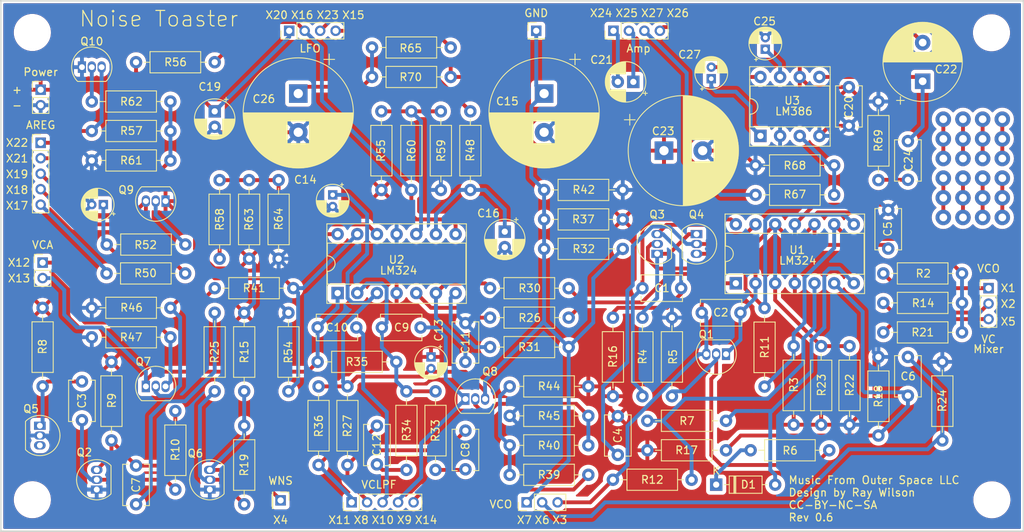
<source format=kicad_pcb>
(kicad_pcb (version 20221018) (generator pcbnew)
  (title_block (title "Noise Toaster") (date "2023-09-13") (rev "0.6") (company "Music From Outer Space LLC") (comment 1 "Licence: CC-BY-NC-SA") (comment 2 "Original Design by Ray Wilson") (comment 3 "http://musicfromouterspace.com/analogsynth_new/NOISETOASTER/NOISETOASTER.php") (comment 4 "PCB size W-5.20\" * H-2.70\""))
  (layers (0 "F.Cu" signal) (31 "B.Cu" signal) (34 "B.Paste" user) (35 "F.Paste" user) (36 "B.SilkS" user "B.Silkscreen") (37 "F.SilkS" user "F.Silkscreen") (38 "B.Mask" user) (39 "F.Mask" user) (44 "Edge.Cuts" user))
  (net 0 "")
  (net 1 "Net-(Q3-C)")
  (net 2 "Net-(C1-Pad2)")
  (net 3 "/AA")
  (net 4 "/RMP")
  (net 5 "Net-(Q5-E)")
  (net 6 "Net-(Q2-B)")
  (net 7 "/G2")
  (net 8 "B+")
  (net 9 "B-")
  (net 10 "/Front Panel/X6")
  (net 11 "Net-(U1B--)")
  (net 12 "Net-(Q2-C)")
  (net 13 "Net-(C7-Pad2)")
  (net 14 "/Front Panel/X8")
  (net 15 "Net-(C8-Pad2)")
  (net 16 "/Front Panel/X9")
  (net 17 "Net-(U2A--)")
  (net 18 "/Front Panel/X10")
  (net 19 "/FO")
  (net 20 "Net-(U2B--)")
  (net 21 "/Front Panel/X11")
  (net 22 "Net-(C12-Pad2)")
  (net 23 "GND")
  (net 24 "Net-(U2C--)")
  (net 25 "Net-(C18-Pad1)")
  (net 26 "/Front Panel/X20")
  (net 27 "/Audio Amplifier/X25")
  (net 28 "/Audio Amplifier/X24")
  (net 29 "Net-(C22-Pad1)")
  (net 30 "/Audio Amplifier/X26")
  (net 31 "Net-(C24-Pad2)")
  (net 32 "Net-(U3-BYPASS)")
  (net 33 "Net-(C26-Pad1)")
  (net 34 "Net-(C27-Pad1)")
  (net 35 "Net-(C27-Pad2)")
  (net 36 "Net-(D1-K)")
  (net 37 "Net-(D1-A)")
  (net 38 "Net-(Q1-G)")
  (net 39 "Net-(Q3-E)")
  (net 40 "Net-(Q3-B)")
  (net 42 "Net-(Q6-B)")
  (net 43 "/WNS")
  (net 44 "Net-(Q7-G)")
  (net 45 "/Front Panel/X12")
  (net 46 "Net-(Q8-G)")
  (net 47 "Net-(Q9-G)")
  (net 48 "/ARG")
  (net 49 "Net-(Q10-B)")
  (net 50 "/Attack Release Envelope Generator/X22")
  (net 51 "Net-(U1C--)")
  (net 52 "/Front Panel/X1")
  (net 53 "Net-(U1B-+)")
  (net 54 "/Front Panel/X2")
  (net 55 "/Front Panel/X5")
  (net 56 "Net-(U2B-+)")
  (net 57 "Net-(R31-Pad1)")
  (net 58 "/Front Panel/X14")
  (net 59 "Net-(R39-Pad2)")
  (net 60 "/Front Panel/X15")
  (net 61 "/Attack Release Envelope Generator/X17")
  (net 62 "Net-(U2C-+)")
  (net 63 "/Front Panel/B")
  (net 64 "/Attack Release Envelope Generator/X21")
  (net 65 "Net-(U2D-+)")
  (net 66 "/Attack Release Envelope Generator/X19")
  (net 67 "/Front Panel/X23")
  (net 68 "Net-(U3-+)")
  (net 69 "/Audio Amplifier/X27")
  (footprint "Capacitor_THT:C_Disc_D5.1mm_W3.2mm_P5.00mm" (layer "F.Cu") (at 135.286 130.837 -90)
    (fp_text reference "C8")
    (fp_text value "0.1 uF" hide)
  )
  (footprint "Resistor_THT:R_Axial_DIN0207_L6.3mm_D2.5mm_P10.16mm_Horizontal" (layer "F.Cu") (at 88.951 106.782)
    (fp_text reference "R52")
    (fp_text value "10 K" hide)
  )
  (footprint "Connector_PinHeader_2.00mm:PinHeader_1x01_P2.00mm_Vertical" (layer "F.Cu") (at 144.43 79.148)
    (fp_text reference "GND1" hide)
    (fp_text value "GND")
  )
  (footprint "Resistor_THT:R_Axial_DIN0207_L6.3mm_D2.5mm_P10.16mm_Horizontal" (layer "F.Cu") (at 102.901 115.597 -90)
    (fp_text reference "R25")
    (fp_text value "100 K" hide)
  )
  (footprint "Capacitor_THT:CP_Radial_D4.0mm_P1.50mm" (layer "F.Cu") (at 174.021 81.537 90)
    (fp_text reference "C25")
    (fp_text value "10 uF" hide)
  )
  (footprint "Package_DIP:DIP-8_W7.62mm_Socket" (layer "F.Cu") (at 173.386 92.737 90)
    (fp_text reference "U3")
    (fp_text value "LM386")
  )
  (footprint "Resistor_THT:R_Axial_DIN0207_L6.3mm_D2.5mm_P10.16mm_Horizontal" (layer "F.Cu") (at 127.666 135.917 90)
    (fp_text reference "R34")
    (fp_text value "3 M" hide)
  )
  (footprint "Capacitor_THT:CP_Radial_D14.0mm_P5.00mm" (layer "F.Cu") (at 160.928272 94.642)
    (fp_text reference "C23")
    (fp_text value "470 uF" hide)
  )
  (footprint "Package_TO_SOT_THT:TO-92_Inline" (layer "F.Cu") (at 85.756 83.847)
    (fp_text reference "Q10")
    (fp_text value "2N3906" hide)
  )
  (footprint "Resistor_THT:R_Axial_DIN0207_L6.3mm_D2.5mm_P10.16mm_Horizontal" (layer "F.Cu") (at 97.821 128.297 -90)
    (fp_text reference "R10")
    (fp_text value "470 K" hide)
  )
  (footprint "Package_TO_SOT_THT:TO-92_Inline" (layer "F.Cu") (at 96.551 101.167 180)
    (fp_text reference "Q9")
    (fp_text value "2N5457" hide)
  )
  (footprint "Resistor_THT:R_Axial_DIN0207_L6.3mm_D2.5mm_P10.16mm_Horizontal" (layer "F.Cu") (at 112.426 115.597 -90)
    (fp_text reference "R54")
    (fp_text value "4,7 K" hide)
  )
  (footprint "Connector_PinHeader_2.00mm:PinHeader_1x03_P2.00mm_Vertical" (layer "F.Cu") (at 143.192 140.108 90)
    (fp_text reference "J6" hide)
    (fp_text value "VCO")
  )
  (footprint "Connector_PinHeader_2.00mm:PinHeader_1x04_P2.00mm_Vertical" (layer "F.Cu") (at 112.522 79.148 90)
    (fp_text reference "J4" hide)
    (fp_text value "LFO")
  )
  (footprint "Resistor_THT:R_Axial_DIN0207_L6.3mm_D2.5mm_P10.16mm_Horizontal" (layer "F.Cu") (at 196.881 132.107 90)
    (fp_text reference "R24")
    (fp_text value "100 K" hide)
  )
  (footprint "Resistor_THT:R_Axial_DIN0207_L6.3mm_D2.5mm_P10.16mm_Horizontal" (layer "F.Cu") (at 184.8922 119.915 -90)
    (fp_text reference "R22")
    (fp_text value "4.7 K" hide)
  )
  (footprint "Resistor_THT:R_Axial_DIN0207_L6.3mm_D2.5mm_P10.16mm_Horizontal" (layer "F.Cu") (at 173.9194 125.1474 90)
    (fp_text reference "R11")
    (fp_text value "2 K" hide)
  )
  (footprint "" (layer "F.Cu") (at 202.088 103.278 90)
    (fp_text reference "")
    (fp_text value "")
  )
  (footprint "Capacitor_THT:CP_Radial_D4.0mm_P1.50mm" (layer "F.Cu") (at 118.141 100.357 -90)
    (fp_text reference "C14")
    (fp_text value "10 uF" hide)
  )
  (footprint "Resistor_THT:R_Axial_DIN0207_L6.3mm_D2.5mm_P10.16mm_Horizontal" (layer "F.Cu") (at 199.421 118.137 180)
    (fp_text reference "R21")
    (fp_text value "36 K" hide)
  )
  (footprint "Resistor_THT:R_Axial_DIN0207_L6.3mm_D2.5mm_P10.16mm_Horizontal" (layer "F.Cu") (at 80.676 114.962 -90)
    (fp_text reference "R8")
    (fp_text value "1 M" hide)
  )
  (footprint "Resistor_THT:R_Axial_DIN0207_L6.3mm_D2.5mm_P10.16mm_Horizontal" (layer "F.Cu") (at 138.461 120.042)
    (fp_text reference "R31")
    (fp_text value "100 K" hide)
  )
  (footprint "" (layer "F.Cu") (at 204.628 98.198 90)
    (fp_text reference "")
    (fp_text value "")
  )
  (footprint "Capacitor_THT:CP_Radial_D5.0mm_P2.00mm" (layer "F.Cu") (at 102.901 89.562 -90)
    (fp_text reference "C19")
    (fp_text value "1 uF" hide)
  )
  (footprint "MountingHole:MountingHole_4.3mm_M4_DIN965" (layer "F.Cu") (at 203.2818 139.7778)
    (fp_text reference "REF**" hide)
    (fp_text value "MountingHole_4.3mm_M4_DIN965" hide)
  )
  (footprint "" (layer "F.Cu") (at 199.548 98.198 90)
    (fp_text reference "")
    (fp_text value "")
  )
  (footprint "Resistor_THT:R_Axial_DIN0207_L6.3mm_D2.5mm_P10.16mm_Horizontal" (layer "F.Cu") (at 116.196 121.947)
    (fp_text reference "R35")
    (fp_text value "4.7 M" hide)
  )
  (footprint "Capacitor_THT:CP_Radial_D5.0mm_P2.00mm" (layer "F.Cu") (at 156.971 85.752 180)
    (fp_text reference "C21")
    (fp_text value "1 uF" hide)
  )
  (footprint "Resistor_THT:R_Axial_DIN0207_L6.3mm_D2.5mm_P10.16mm_Horizontal" (layer "F.Cu") (at 123.221 85.117)
    (fp_text reference "R70")
    (fp_text value "3 K" hide)
  )
  (footprint "Resistor_THT:R_Axial_DIN0207_L6.3mm_D2.5mm_P10.16mm_Horizontal" (layer "F.Cu") (at 155.606 103.532 180)
    (fp_text reference "R37")
    (fp_text value "4.7 k" hide)
  )
  (footprint "Resistor_THT:R_Axial_DIN0207_L6.3mm_D2.5mm_P10.16mm_Horizontal" (layer "F.Cu") (at 154.336 137.187)
    (fp_text reference "R12")
    (fp_text value "10 K" hide)
  )
  (footprint "" (layer "F.Cu") (at 202.088 95.658 90)
    (fp_text reference "")
    (fp_text value "")
  )
  (footprint "Capacitor_THT:CP_Radial_D14.0mm_P5.00mm" (layer "F.Cu") (at 113.696 87.264272 -90)
    (fp_text reference "C26")
    (fp_text value "470 uF" hide)
  )
  (footprint "Capacitor_THT:C_Disc_D5.1mm_W3.2mm_P5.00mm" (layer "F.Cu") (at 189.896 107.302 90)
    (fp_text reference "C5")
    (fp_text value "0.1 uF" hide)
  )
  (footprint "Package_DIP:DIP-14_W7.62mm_Socket" (layer "F.Cu") (at 170.211 111.787 90)
    (fp_text reference "U1")
    (fp_text value "LM324")
  )
  (footprint "Resistor_THT:R_Axial_DIN0207_L6.3mm_D2.5mm_P10.16mm_Horizontal" (layer "F.Cu") (at 106.711 130.202 -90)
    (fp_text reference "R19")
    (fp_text value "470 K" hide)
  )
  (footprint "Capacitor_THT:C_Disc_D5.1mm_W3.2mm_P5.00mm" (layer "F.Cu") (at 85.756 124.487 -90)
    (fp_text reference "C3")
    (fp_text value "0.1 uF" hide)
  )
  (footprint "Package_TO_SOT_THT:TO-92_Inline" (layer "F.Cu") (at 135.286 126.752)
    (fp_text reference "Q8")
    (fp_text value "2N5457" hide)
  )
  (footprint "Resistor_THT:R_Axial_DIN0207_L6.3mm_D2.5mm_P10.16mm_Horizontal" (layer "F.Cu") (at 148.621 116.232 180)
    (fp_text reference "R26")
    (fp_text value "10 K" hide)
  )
  (footprint "Capacitor_THT:C_Disc_D5.1mm_W3.2mm_P5.00mm" (layer "F.Cu") (at 163.146 112.422 180)
    (fp_text reference "C1")
    (fp_text value "100 pF" hide)
  )
  (footprint "Connector_PinHeader_2.00mm:PinHeader_1x02_P2.00mm_Vertical" (layer "F.Cu") (at 80.676 109.12)
    (fp_text reference "J8" hide)
    (fp_text value "VCA")
  )
  (footprint "Resistor_THT:R_Axial_DIN0207_L6.3mm_D2.5mm_P10.16mm_Horizontal" (layer "F.Cu") (at 199.421 114.327 180)
    (fp_text reference "R14")
    (fp_text value "100 K" hide)
  )
  (footprint "" (layer "F.Cu") (at 204.628 95.658 90)
    (fp_text reference "")
    (fp_text value "")
  )
  (footprint "" (layer "F.Cu") (at 204.628 103.278 90)
    (fp_text reference "")
    (fp_text value "")
  )
  (footprint "Resistor_THT:R_Axial_DIN0207_L6.3mm_D2.5mm_P10.16mm_Horizontal" (layer "F.Cu") (at 97.186 118.772 180)
    (fp_text reference "R47")
    (fp_text value "100 K" hide)
  )
  (footprint "Resistor_THT:R_Axial_DIN0207_L6.3mm_D2.5mm_P10.16mm_Horizontal" (layer "F.Cu") (at 188.626 98.452 90)
    (fp_text reference "R69")
    (fp_text value "10 Ohm" hide)
  )
  (footprint "Resistor_THT:R_Axial_DIN0207_L6.3mm_D2.5mm_P10.16mm_Horizontal" (layer "F.Cu") (at 132.111 89.562 -90)
    (fp_text reference "R59")
    (fp_text value "100 K" hide)
  )
  (footprint "Resistor_THT:R_Axial_DIN0207_L6.3mm_D2.5mm_P10.16mm_Horizontal" (layer "F.Cu") (at 182.911 96.547 180)
    (fp_text reference "R68")
    (fp_text value "20 K" hide)
  )
  (footprint "Resistor_THT:R_Axial_DIN0207_L6.3mm_D2.5mm_P10.16mm_Horizontal" (layer "F.Cu") (at 97.186 92.102 180)
    (fp_text reference "R57")
    (fp_text value "200 Ohm" hide)
  )
  (footprint "Resistor_THT:R_Axial_DIN0207_L6.3mm_D2.5mm_P10.16mm_Horizontal" (layer "F.Cu") (at 89.566 121.947 -90)
    (fp_text reference "R9")
    (fp_text value "10 K" hide)
  )
  (footprint "Resistor_THT:R_Axial_DIN0207_L6.3mm_D2.5mm_P10.16mm_Horizontal" (layer "F.Cu") (at 97.186 88.292 180)
    (fp_text reference "R62")
    (fp_text value "10 K" hide)
  )
  (footprint "Package_TO_SOT_THT:TO-92_Inline" (layer "F.Cu") (at 80.316 130.202 -90)
    (fp_text reference "Q5")
    (fp_text value "2N3904" hide)
  )
  (footprint "Resistor_THT:R_Axial_DIN0207_L6.3mm_D2.5mm_P10.16mm_Horizontal" (layer "F.Cu") (at 168.941 133.377 180)
    (fp_text reference "R17")
    (fp_text value "10 K" hide)
  )
  (footprint "Resistor_THT:R_Axial_DIN0207_L6.3mm_D2.5mm_P10.16mm_Horizontal" (layer "F.Cu") (at 103.536 98.452 -90)
    (fp_text reference "R58")
    (fp_text value "100 K" hide)
  )
  (footprint "Capacitor_THT:CP_Radial_D5.0mm_P2.00mm" (layer "F.Cu") (at 140.366 105.116888 -90)
    (fp_text reference "C16")
    (fp_text value "1 uF" hide)
  )
  (footprint "Capacitor_THT:C_Disc_D5.1mm_W3.2mm_P5.00mm" (layer "F.Cu") (at 192.436 93.412 -90)
    (fp_text reference "C24")
    (fp_text value "0.047 uF" hide)
  )
  (footprint "" (layer "F.Cu") (at 199.548 100.738 90)
    (fp_text reference "")
    (fp_text value "")
  )
  (footprint "Resistor_THT:R_Axial_DIN0207_L6.3mm_D2.5mm_P10.16mm_Horizontal" (layer "F.Cu") (at 145.446 107.342)
    (fp_text reference "R32")
    (fp_text value "10 K" hide)
  )
  (footprint "Connector_PinHeader_2.00mm:PinHeader_1x05_P2.00mm_Vertical" (layer "F.Cu") (at 80.422 93.626)
    (fp_text reference "J3" hide)
    (fp_text value "AREG")
  )
  (footprint "" (layer "F.Cu") (at 199.548 103.278 90)
    (fp_text reference "")
    (fp_text value "")
  )
  (footprint "Package_TO_SOT_THT:TO-92_Inline" (layer "F.Cu") (at 168.941 120.952 180)
    (fp_text reference "Q1")
    (fp_text value "2N5457" hide)
  )
  (footprint "Resistor_THT:R_Axial_DIN0207_L6.3mm_D2.5mm_P10.16mm_Horizontal" (layer "F.Cu") (at 177.6786 119.915 -90)
    (fp_text reference "R3")
    (fp_text value "270 K" hide)
  )
  (footprint "Capacitor_THT:CP_Radial_D10.0mm_P5.00mm" (layer "F.Cu") (at 194.341 85.672 90)
    (fp_text reference "C22")
    (fp_text value "220 uF" hide)
  )
  (footprint "Resistor_THT:R_Axial_DIN0207_L6.3mm_D2.5mm_P10.16mm_Horizontal" (layer "F.Cu") (at 145.446 99.722)
    (fp_text reference "R42")
    (fp_text value "4.7 k" hide)
  )
  (footprint "Capacitor_THT:CP_Radial_D4.0mm_P1.50mm" (layer "F.Cu") (at 130.841 121.312 -90)
    (fp_text reference "C13")
    (fp_text value "10 uF" hide)
  )
  (footprint "" (layer "F.Cu") (at 197.008 90.578 90)
    (fp_text reference "")
    (fp_text value "")
  )
  (footprint "Package_DIP:DIP-14_W7.62mm_Socket" (layer "F.Cu") (at 118.776 113.057 90)
    (fp_text reference "U2")
    (fp_text value "LM324")
  )
  (footprint "Connector_PinHeader_2.00mm:PinHeader_1x04_P2.00mm_Vertical" (layer "F.Cu") (at 154.4 79.148 90)
    (fp_text reference "J9" hide)
    (fp_text value "Amp")
  )
  (footprint "Resistor_THT:R_Axial_DIN0207_L6.3mm_D2.5mm_P10.16mm_Horizontal" (layer "F.Cu") (at 148.621 112.422 180)
    (fp_text reference "R30")
    (fp_text value "2 M" hide)
  )
  (footprint "Capacitor_THT:C_Disc_D5.1mm_W3.2mm_P5.00mm" (layer "F.Cu") (at 135.286 116.947 -90)
    (fp_text reference "C11")
    (fp_text value "0.1 uF" hide)
  )
  (footprint "" (layer "F.Cu") (at 204.628 90.578 90)
    (fp_text reference "")
    (fp_text value "")
  )
  (footprint "Capacitor_THT:CP_Radial_D14.0mm_P5.00mm" (layer "F.Cu") (at 145.446 87.264272 -90)
    (fp_text reference "C15")
    (fp_text value "470 uF" hide)
  )
  (footprint "Capacitor_THT:C_Disc_D5.1mm_W3.2mm_P5.00mm" (layer "F.Cu") (at 123.856 130.202 -90)
    (fp_text reference "C12")
    (fp_text value "0.1 uF" hide)
  )
  (footprint "Resistor_THT:R_Axial_DIN0207_L6.3mm_D2.5mm_P10.16mm_Horizontal" (layer "F.Cu") (at 158.781 129.567)
    (fp_text reference "R7")
    (fp_text value "300 K" hide)
  )
  (footprint "Diode_THT:D_DO-35_SOD27_P7.62mm_Horizontal" (layer "F.Cu") (at 167.671 137.822)
    (fp_text reference "D1")
    (fp_text value "D" hide)
  )
  (footprint "MountingHole:MountingHole_4.3mm_M4_DIN965" (layer "F.Cu") (at 79.351 139.767)
    (fp_text reference "REF**" hide)
    (fp_text value "MountingHole_4.3mm_M4_DIN965" hide)
  )
  (footprint "Resistor_THT:R_Axial_DIN0207_L6.3mm_D2.5mm_P10.16mm_Horizontal" (layer "F.Cu") (at 161.956 126.392 90)
    (fp_text reference "R5")
    (fp_text value "2 M" hide)
  )
  (footprint "" (layer "F.Cu") (at 202.088 98.198 90)
    (fp_text reference "")
    (fp_text value "")
  )
  (footprint "Resistor_THT:R_Axial_DIN0207_L6.3mm_D2.5mm_P10.16mm_Horizontal" (layer "F.Cu") (at 188.626 131.472 90)
    (fp_text reference "R18")
    (fp_text value "15 K" hide)
  )
  (footprint "" (layer "F.Cu") (at 204.628 93.118 90)
    (fp_text reference "")
    (fp_text value "")
  )
  (footprint "Resistor_THT:R_Axial_DIN0207_L6.3mm_D2.5mm_P10.16mm_Horizontal" (layer "F.Cu") (at 141.001 132.742)
    (fp_text reference "R40")
    (fp_text value "39 K" hide)
  )
  (footprint "Resistor_THT:R_Axial_DIN0207_L6.3mm_D2.5mm_P10.16mm_Horizontal" (layer "F.Cu") (at 124.431 99.722 90)
    (fp_text reference "R55")
    (fp_text value "100 K" hide)
  )
  (footprint "Package_TO_SOT_THT:TO-92_Inline" (layer "F.Cu") (at 94.011 125.122)
    (fp_text reference "Q7")
    (fp_text value "2N5457" hide)
  )
  (footprint "Connector_PinHeader_2.00mm:PinHeader_1x05_P2.00mm_Vertical" (layer "F.Cu") (at 120.586 140.108 90)
    (fp_text reference "J7" hide)
    (fp_text value "VCLPF")
  )
  (footprint "Resistor_THT:R_Axial_DIN0207_L6.3mm_D2.5mm_P10.16mm_Horizontal" (layer "F.Cu") (at 111.156 108.612 90)
    (fp_text reference "R64")
    (fp_text value "150 K" hide)
  )
  (footprint "Resistor_THT:R_Axial_DIN0207_L6.3mm_D2.5mm_P10.16mm_Horizontal" (layer "F.Cu") (at 107.346 108.612 90)
    (fp_text reference "R63")
    (fp_text value "150 K" hide)
  )
  (footprint "" (layer "F.Cu") (at 199.548 93.118 90)
    (fp_text reference "")
    (fp_text value "")
  )
  (footprint "Resistor_THT:R_Axial_DIN0207_L6.3mm_D2.5mm_P10.16mm_Horizontal" (layer "F.Cu") (at 135.921 99.722 90)
    (fp_text reference "R48")
    (fp_text value "3 K" hide)
  )
  (footprint "Resistor_THT:R_Axial_DIN0207_L6.3mm_D2.5mm_P10.16mm_Horizontal" (layer "F.Cu") (at 87.026 95.912)
    (fp_text reference "R61")
    (fp_text value "10 K" hide)
  )
  (footprint "Connector_PinHeader_2.00mm:PinHeader_1x01_P2.00mm_Vertical" (layer "F.Cu") (at 111.41 139.854 -90)
    (fp_text reference "X4")
    (fp_text value "WNS")
  )
  (footprint "" (layer "F.Cu") (at 197.008 100.738 90)
    (fp_text reference "")
    (fp_text value "")
  )
  (footprint "" (layer "F.Cu") (at 197.008 103.278 90)
    (fp_text reference "")
    (fp_text value "")
  )
  (footprint "" (layer "F.Cu") (at 199.548 95.658 90)
    (fp_text reference "")
    (fp_text value "")
  )
  (footprint "Resistor_THT:R_Axial_DIN0207_L6.3mm_D2.5mm_P10.16mm_Horizontal" (layer "F.Cu") (at 141.001 128.932)
    (fp_text reference "R45")
    (fp_text value "100 K" hide)
  )
  (footprint "" (layer "F.Cu") (at 197.008 93.118 90)
    (fp_text reference "")
    (fp_text value "")
  )
  (footprint "Capacitor_THT:C_Disc_D5.1mm_W3.2mm_P5.00mm" (layer "F.Cu") (at 121.196 117.502 180)
    (fp_text reference "C10")
    (fp_text value "0.001 uF" hide)
  )
  (footprint "Capacitor_THT:CP_Radial_D4.0mm_P1.50mm" (layer "F.Cu") (at 167.036 85.347 90)
    (fp_text reference "C27")
    (fp_text value "10 uF" hide)
  )
  (footprint "Capacitor_THT:C_Disc_D5.1mm_W3.2mm_P5.00mm" (layer "F.Cu") (at 92.741 135.362 -90)
    (fp_text reference "C7")
    (fp_text value "0.1 uF" hide)
  )
  (footprint "Package_TO_SOT_THT:TO-92_Inline" (layer "F.Cu") (at 87.661 138.457 90)
    (fp_text reference "Q2")
    (fp_text value "2N3904" hide)
  )
  (footprint "Capacitor_THT:C_Disc_D5.1mm_W3.2mm_P5.00mm" (layer "F.Cu") (at 154.971 133.972 90)
    (fp_text reference "C4")
    (fp_text value "0.1 uF" hide)
  )
  (footprint "Resistor_THT:R_Axial_DIN0207_L6.3mm_D2.5mm_P10.16mm_Horizontal" (layer "F.Cu") (at 128.301 89.562 -90)
    (fp_text reference "R60")
    (fp_text value "100 K" hide)
  )
  (footprint "MountingHole:MountingHole_4.3mm_M4_DIN965" (layer "F.Cu") (at 203.231 79.402)
    (fp_text reference "REF**" hide)
    (fp_text value "MountingHole_4.3mm_M4_DIN965" hide)
  )
  (footprint "" (layer "F.Cu") (at 197.008 98.198 90)
    (fp_text reference "")
    (fp_text value "")
  )
  (footprint "Capacitor_THT:CP_Radial_D4.0mm_P1.50mm" (layer "F.Cu") (at 88.526 101.627 180)
    (fp_text reference "C18" hide)
    (fp_text value "4.7 uF" hide)
  )
  (footprint "Resistor_THT:R_Axial_DIN0207_L6.3mm_D2.5mm_P10.16mm_Horizontal" (layer "F.Cu") (at 99.091 110.517 180)
    (fp_text reference "R50")
    (fp_text value "820 Ohm" hide)
  )
  (footprint "Connector_PinHeader_2.00mm:PinHeader_1x03_P2.00mm_Vertical" (layer "F.Cu") (at 202.85 112.422)
    (fp_text reference "J5" hide)
    (fp_text value "VCO")
  )
  (footprint "" (layer "F.Cu") (at 199.548 90.578 90)
    (fp_text reference "")
    (fp_text value "")
  )
  (footprint "Resistor_THT:R_Axial_DIN0207_L6.3mm_D2.5mm_P10.16mm_Horizontal" (layer "F.Cu") (at 199.421 110.517 180)
    (fp_text reference "R2")
    (fp_text value "75 K" hide)
  )
  (footprint "Package_TO_SOT_THT:TO-92_Inline" (layer "F.Cu") (at 165.131 105.437 -90)
    (fp_text reference "Q4")
    (fp_text value "2N3904" hide)
  )
  (footprint "Connector_PinHeader_2.00mm:PinHeader_1x02_P2.00mm_Vertical" (layer "F.Cu") (at 80.422 86.768)
    (fp_text reference "J2" hide)
    (fp_text value "Power")
  )
  (footprint "Capacitor_THT:C_Disc_D5.1mm_W3.2mm_P5.00mm" (layer "F.Cu") (at 184.816 91.427 90)
    (fp_text reference "C20")
    (fp_text value "0.1 uF" hide)
  )
  (footprint "Resistor_THT:R_Axial_DIN0207_L6.3mm_D2.5mm_P10.16mm_Horizontal" (layer "F.Cu") (at 120.046 135.282 90)
    (fp_text reference "R27")
    (fp_text value "47 K" hide)
  )
  (footprint "Capacitor_THT:C_Disc_D5.1mm_W3.2mm_P5.00mm" (layer "F.Cu") (at 129.491 117.502 180)
    (fp_text reference "C9")
    (fp_text value "0.001 uF" hide)
  )
  (footprint "Resistor_THT:R_Axial_DIN0207_L6.3mm_D2.5mm_P10.16mm_Horizontal" (layer "F.Cu") (at 116.316 125.122 -90)
    (fp_text reference "R36")
    (fp_text value "47 K" hide)
  )
  (footprint "Resistor_THT:R_Axial_DIN0207_L6.3mm_D2.5mm_P10.16mm_Horizontal" (layer "F.Cu") (at 123.221 81.307)
    (fp_text reference "R65")
    (fp_text value "3 K" hide)
  )
  (footprint "Package_TO_SOT_THT:TO-92_Inline" (layer "F.Cu") (at 102.266 138.457 90)
    (fp_text reference "Q6")
    (fp_text value "2N3904" hide)
  )
  (footprint "" (layer "F.Cu") (at 202.088 93.118 90)
    (fp_text reference "")
    (fp_text value "")
  )
  (footprint "Capacitor_THT:C_Disc_D5.1mm_W3.2mm_P5.00mm" (layer "F.Cu") (at 192.436 121.312 -90)
    (fp_text reference "C6")
    (fp_text value "0.01 uF" hide)
  )
  (footprint "Resistor_THT:R_Axial_DIN0207_L6.3mm_D2.5mm_P10.16mm_Horizontal" (layer "F.Cu") (at 182.911 100.357 180)
    (fp_text reference "R67")
    (fp_text value "100 K" hide)
  )
  (footprint "Resistor_THT:R_Axial_DIN0207_L6.3mm_D2.5mm_P10.16mm_Horizontal" (layer "F.Cu") (at 102.901 83.212 180)
    (fp_text reference "R56")
    (fp_text value "20 K" hide)
  )
  (footprint "Resistor_THT:R_Axial_DIN0207_L6.3mm_D2.5mm_P10.16mm_Horizontal" (layer "F.Cu") (at 181.2346 119.915 -90)
    (fp_text reference "R23")
    (fp_text value "4.7 K" hide)
  )
  (footprint "Resistor_THT:R_Axial_DIN0207_L6.3mm_D2.5mm_P10.16mm_Horizontal" (layer "F.Cu") (at 141.001 125.122)
    (fp_text reference "R44")
    (fp_text value "100 K" hide)
  )
  (footprint "Resistor_THT:R_Axial_DIN0207_L6.3mm_D2.5mm_P10.16mm_Horizontal" (layer "F.Cu") (at 151.161 136.552 180)
    (fp_text reference "R39")
    (fp_text value "39 K" hide)
  )
  (footprint "Package_TO_SOT_THT:TO-92_Inline" (layer "F.Cu") (at 160.051 107.977 90)
    (fp_text reference "Q3")
    (fp_text value "2N3904" hide)
  )
  (footprint "" (layer "F.Cu") (at 197.008 95.658 90)
    (fp_text reference "")
    (fp_text value "")
  )
  (footprint "Resistor_THT:R_Axial_DIN0207_L6.3mm_D2.5mm_P10.16mm_Horizontal" (layer "F.Cu") (at 158.146 116.232 -90)
    (fp_text reference "R4")
    (fp_text value "10 K" hide)
  )
  (footprint "Capacitor_THT:C_Disc_D5.1mm_W3.2mm_P5.00mm" (layer "F.Cu") (at 170.806 115.597 180)
    (fp_text reference "C2")
    (fp_text value "0.001 uF" hide)
  )
  (footprint "" (layer "F.Cu") (at 202.088 90.578 90)
    (fp_text reference "")
    (fp_text value "")
  )
  (footprint "Resistor_THT:R_Axial_DIN0207_L6.3mm_D2.5mm_P10.16mm_Horizontal" (layer "F.Cu") (at 182.276 133.377 180)
    (fp_text reference "R6")
    (fp_text value "10 K" hide)
  )
  (footprint "Resistor_THT:R_Axial_DIN0207_L6.3mm_D2.5mm_P10.16mm_Horizontal" (layer "F.Cu") (at 154.336 116.232 -90)
    (fp_text reference "R16")
    (fp_text value "2 M" hide)
  )
  (footprint "MountingHole:MountingHole_4.3mm_M4_DIN965" (layer "F.Cu") (at 79.351 79.367)
    (fp_text reference "REF**" hide)
    (fp_text value "MountingHole_4.3mm_M4_DIN965" hide)
  )
  (footprint "" (layer "F.Cu") (at 204.628 100.738 90)
    (fp_text reference "")
    (fp_text value "")
  )
  (footprint "Resistor_THT:R_Axial_DIN0207_L6.3mm_D2.5mm_P10.16mm_Horizontal" (layer "F.Cu") (at 113.061 112.422 180)
    (fp_text reference "R41")
    (fp_text value "470 K" hide)
  )
  (footprint "Resistor_THT:R_Axial_DIN0207_L6.3mm_D2.5mm_P10.16mm_Horizontal" (layer "F.Cu") (at 131.421 135.917 90)
    (fp_text reference "R33")
    (fp_text value "4.7 M" hide)
  )
  (footprint "" (layer "F.Cu") (at 202.088 100.738 90)
    (fp_text reference "")
    (fp_text value "")
  )
  (footprint "Resistor_THT:R_Axial_DIN0207_L6.3mm_D2.5mm_P10.16mm_Horizontal" (layer "F.Cu") (at 97.186 114.962 180)
    (fp_text reference "R46")
    (fp_text value "1 M" hide)
  )
  (footprint "Resistor_THT:R_Axial_DIN0207_L6.3mm_D2.5mm_P10.16mm_Horizontal" (layer "F.Cu") (at 106.711 115.597 -90)
    (fp_text reference "R15")
    (fp_text value "10 K" hide)
  )
  (gr_rect (start 75.271 75.267) (end 207.351 143.847) (stroke (width 0.2)) (fill none) (layer "Edge.Cuts"))
  (gr_text "" (at 202.088 100.738) (layer "F.SilkS") (effects (font (size 1.27 1.27))))
  (gr_text "" (at 204.628 100.738) (layer "F.SilkS") (effects (font (size 1.27 1.27))))
  (gr_text "" (at 204.628 100.738) (layer "F.SilkS") (effects (font (size 1.27 1.27))))
  (gr_text "" (at 199.548 100.738) (layer "F.SilkS") (effects (font (size 1.27 1.27))))
  (gr_text "Music From Outer Space LLC\nDesign by Ray Wilson\nCC-BY-NC-SA\nRev 0.6" (at 176.942 142.648) (layer "F.SilkS") (effects (font (size 1 1)) (justify left bottom)))
  (gr_text "" (at 197.008 100.738) (layer "F.SilkS") (effects (font (size 1.27 1.27))))
  (gr_text "Noise Toaster" (at 85.301 78.767) (layer "F.SilkS") (effects (font (size 2 2)) (justify left bottom)))
  (gr_text "" (at 202.088 100.738) (layer "F.SilkS") (effects (font (size 1.27 1.27))))
  (gr_text "" (at 199.548 100.738) (layer "F.SilkS") (effects (font (size 1.27 1.27))))
  (gr_text "" (at 197.008 100.738) (layer "F.SilkS") (effects (font (size 1.27 1.27))))
  (segment (start 202.088 98.198) (end 202.088 100.738) (width 0.5) (layer "F.Cu") (net 0))
  (segment (start 204.628 93.118) (end 204.628 95.658) (width 0.5) (layer "F.Cu") (net 0))
  (segment (start 199.548 90.578) (end 199.548 93.118) (width 0.5) (layer "F.Cu") (net 0))
  (segment (start 197.008 100.738) (end 197.008 103.278) (width 0.5) (layer "F.Cu") (net 0))
  (segment (start 204.628 100.738) (end 204.628 103.278) (width 0.5) (layer "F.Cu") (net 0))
  (segment (start 199.548 93.118) (end 199.548 95.658) (width 0.5) (layer "F.Cu") (net 0))
  (segment (start 197.008 90.578) (end 197.008 93.118) (width 0.5) (layer "F.Cu") (net 0))
  (segment (start 204.628 90.578) (end 204.628 93.118) (width 0.5) (layer "F.Cu") (net 0))
  (segment (start 204.628 98.198) (end 204.628 100.738) (width 0.5) (layer "F.Cu") (net 0))
  (segment (start 197.008 98.198) (end 197.008 100.738) (width 0.5) (layer "F.Cu") (net 0))
  (segment (start 199.548 98.198) (end 199.548 100.738) (width 0.5) (layer "F.Cu") (net 0))
  (segment (start 202.088 93.118) (end 202.088 95.658) (width 0.5) (layer "F.Cu") (net 0))
  (segment (start 199.548 100.738) (end 199.548 103.278) (width 0.5) (layer "F.Cu") (net 0))
  (segment (start 197.008 93.118) (end 197.008 95.658) (width 0.5) (layer "F.Cu") (net 0))
  (segment (start 202.088 90.578) (end 202.088 93.118) (width 0.5) (layer "F.Cu") (net 0))
  (segment (start 202.088 100.738) (end 202.088 103.278) (width 0.5) (layer "F.Cu") (net 0))
  (segment (start 163.146 113.137) (end 161.321 114.962) (width 0.5) (layer "F.Cu") (net 1))
  (segment (start 161.321 114.962) (end 154.971 114.962) (width 0.5) (layer "F.Cu") (net 1))
  (segment (start 167.586 105.417) (end 166.401 104.232) (width 0.5) (layer "F.Cu") (net 1))
  (segment (start 154.971 114.962) (end 154.336 115.597) (width 0.5) (layer "F.Cu") (net 1))
  (segment (start 172.751 104.167) (end 171.501 105.417) (width 0.5) (layer "F.Cu") (net 1))
  (segment (start 171.501 105.417) (end 167.586 105.417) (width 0.5) (layer "F.Cu") (net 1))
  (segment (start 166.401 104.232) (end 161.256 104.232) (width 0.5) (layer "F.Cu") (net 1))
  (segment (start 161.256 104.232) (end 160.051 105.437) (width 0.5) (layer "F.Cu") (net 1))
  (segment (start 160.051 105.437) (end 160.797325 105.437) (width 0.5) (layer "B.Cu") (net 1))
  (segment (start 163.146 107.785675) (end 163.146 112.422) (width 0.5) (layer "B.Cu") (net 1))
  (segment (start 160.797325 105.437) (end 163.146 107.785675) (width 0.5) (layer "B.Cu") (net 1))
  (segment (start 170.211 104.167) (end 169.576 103.532) (width 0.5) (layer "F.Cu") (net 2))
  (segment (start 158.146 104.802) (end 158.146 112.422) (width 0.5) (layer "F.Cu") (net 2))
  (segment (start 159.416 103.532) (end 158.146 104.802) (width 0.5) (layer "F.Cu") (net 2))
  (segment (start 169.576 103.532) (end 159.416 103.532) (width 0.5) (layer "F.Cu") (net 2))
  (segment (start 156.896 124.507) (end 158.146 125.757) (width 0.5) (layer "B.Cu") (net 2))
  (segment (start 156.896 113.672) (end 156.896 124.507) (width 0.5) (layer "B.Cu") (net 2))
  (segment (start 158.146 112.422) (end 156.896 113.672) (width 0.5) (layer "B.Cu") (net 2))
  (segment (start 170.211 107.977) (end 172.751 110.517) (width 0.5) (layer "F.Cu") (net 3))
  (segment (start 165.131 107.977) (end 170.211 107.977) (width 0.5) (layer "F.Cu") (net 3))
  (segment (start 172.751 110.517) (end 172.751 111.787) (width 0.5) (layer "F.Cu") (net 3))
  (segment (start 172.751 111.787) (end 172.751 113.652) (width 0.5) (layer "B.Cu") (net 3))
  (segment (start 170.806 119.087) (end 168.941 120.952) (width 0.5) (layer "B.Cu") (net 3))
  (segment (start 172.751 113.652) (end 170.806 115.597) (width 0.5) (layer "B.Cu") (net 3))
  (segment (start 170.806 115.597) (end 170.806 119.087) (width 0.5) (layer "B.Cu") (net 3))
  (segment (start 161.764 110.582) (end 158.084 114.262) (width 0.5) (layer "F.Cu") (net 4))
  (segment (start 150.526 114.327) (end 150.526 114.347) (width 0.5) (layer "F.Cu") (net 4))
  (segment (start 158.084 114.262) (end 150.591 114.262) (width 0.5) (layer "F.Cu") (net 4))
  (segment (start 150.526 114.347) (end 150.506 114.347) (width 0.5) (layer "F.Cu") (net 4))
  (segment (start 167.101 110.582) (end 161.764 110.582) (width 0.5) (layer "F.Cu") (net 4))
  (segment (start 150.591 114.262) (end 150.506 114.347) (width 0.5) (layer "F.Cu") (net 4))
  (segment (start 168.306 111.787) (end 167.101 110.582) (width 0.5) (layer "F.Cu") (net 4))
  (segment (start 168.306 111.787) (end 165.806 114.287) (width 0.5) (layer "F.Cu") (net 4))
  (segment (start 170.211 111.787) (end 168.306 111.787) (width 0.5) (layer "F.Cu") (net 4))
  (segment (start 147.192 140.108) (end 151.415 140.108) (width 0.5) (layer "F.Cu") (net 4))
  (segment (start 151.415 140.108) (end 154.336 137.187) (width 0.5) (layer "F.Cu") (net 4))
  (segment (start 150.506 114.347) (end 148.621 116.232) (width 0.5) (layer "F.Cu") (net 4))
  (segment (start 148.621 112.422) (end 150.526 114.327) (width 0.5) (layer "F.Cu") (net 4))
  (segment (start 165.806 114.287) (end 165.806 115.597) (width 0.5) (layer "F.Cu") (net 4))
  (segment (start 166.401 120.952) (end 166.401 116.192) (width 0.5) (layer "B.Cu") (net 4))
  (segment (start 166.401 116.192) (end 165.806 115.597) (width 0.5) (layer "B.Cu") (net 4))
  (segment (start 165.491 120.952) (end 156.221 130.222) (width 0.5) (layer "B.Cu") (net 4))
  (segment (start 166.401 120.952) (end 165.491 120.952) (width 0.5) (layer "B.Cu") (net 4))
  (segment (start 156.221 135.302) (end 154.336 137.187) (width 0.5) (layer "B.Cu") (net 4))
  (segment (start 156.221 130.222) (end 156.221 135.302) (width 0.5) (layer "B.Cu") (net 4))
  (segment (start 81.311 124.487) (end 80.676 125.122) (width 0.5) (layer "F.Cu") (net 5))
  (segment (start 85.756 124.487) (end 81.311 124.487) (width 0.5) (layer "F.Cu") (net 5))
  (segment (start 80.676 125.122) (end 80.676 129.842) (width 0.5) (layer "B.Cu") (net 5))
  (segment (start 80.676 129.842) (end 80.316 130.202) (width 0.5) (layer "B.Cu") (net 5))
  (segment (start 97.821 138.457) (end 96.551 137.187) (width 0.5) (layer "F.Cu") (net 6))
  (segment (start 96.551 137.187) (end 87.661 137.187) (width 0.5) (layer "F.Cu") (net 6))
  (segment (start 86.914675 137.187) (end 87.661 137.187) (width 0.5) (layer "B.Cu") (net 6))
  (segment (start 85.756 129.487) (end 85.756 136.028325) (width 0.5) (layer "B.Cu") (net 6))
  (segment (start 85.756 136.028325) (end 86.914675 137.187) (width 0.5) (layer "B.Cu") (net 6))
  (segment (start 177.196 106.072) (end 178.466 106.072) (width 0.5) (layer "F.Cu") (net 7))
  (segment (start 184.8922 119.915) (end 181.2346 119.915) (width 0.5) (layer "F.Cu") (net 7))
  (segment (start 175.291 104.167) (end 177.196 106.072) (width 0.5) (layer "F.Cu") (net 7))
  (segment (start 172.751 106.707) (end 165.131 106.707) (width 0.5) (layer "F.Cu") (net 7))
  (segment (start 180.371 105.691) (end 181.514 106.834) (width 0.5) (layer "F.Cu") (net 7))
  (segment (start 189.428 106.834) (end 189.896 107.302) (width 0.5) (layer "F.Cu") (net 7))
  (segment (start 180.371 104.167) (end 180.371 105.691) (width 0.5) (layer "F.Cu") (net 7))
  (segment (start 181.514 106.834) (end 189.428 106.834) (width 0.5) (layer "F.Cu") (net 7))
  (segment (start 178.466 106.072) (end 180.371 104.167) (width 0.5) (layer "F.Cu") (net 7))
  (segment (start 175.291 104.167) (end 172.751 106.707) (width 0.5) (layer "F.Cu") (net 7))
  (segment (start 175.291 113.9714) (end 181.2346 119.915) (width 0.5) (layer "F.Cu") (net 7))
  (segment (start 175.291 111.787) (end 175.291 113.9714) (width 0.5) (layer "F.Cu") (net 7))
  (segment (start 153.066 132.067) (end 153.066 125.122) (width 0.5) (layer "B.Cu") (net 7))
  (segment (start 156.196 112.74705) (end 156.896 112.04705) (width 0.5) (layer "B.Cu") (net 7))
  (segment (start 156.896 106.988574) (end 159.422574 104.462) (width 0.5) (layer "B.Cu") (net 7))
  (segment (start 156.196 121.992) (end 156.196 112.74705) (width 0.5) (layer "B.Cu") (net 7))
  (segment (start 175.291 104.167) (end 175.291 111.787) (width 0.5) (layer "B.Cu") (net 7))
  (segment (start 161.616 104.462) (end 163.861 106.707) (width 0.5) (layer "B.Cu") (net 7))
  (segment (start 156.896 112.04705) (end 156.896 106.988574) (width 0.5) (layer "B.Cu") (net 7))
  (segment (start 159.422574 104.462) (end 161.616 104.462) (width 0.5) (layer "B.Cu") (net 7))
  (segment (start 153.066 125.122) (end 156.196 121.992) (width 0.5) (layer "B.Cu") (net 7))
  (segment (start 163.861 106.707) (end 165.131 106.707) (width 0.5) (layer "B.Cu") (net 7))
  (segment (start 154.971 133.972) (end 153.066 132.067) (width 0.5) (layer "B.Cu") (net 7))
  (segment (start 160.928272 98.209728) (end 155.606 103.532) (width 0.5) (layer "F.Cu") (net 8))
  (segment (start 102.881 109.862) (end 106.096 109.862) (width 0.5) (layer "F.Cu") (net 8))
  (segment (start 179.776 86.427) (end 178.466 85.117) (width 0.5) (layer "F.Cu") (net 8))
  (segment (start 160.928272 94.642) (end 160.928272 98.209728) (width 0.5) (layer "F.Cu") (net 8))
  (segment (start 106.096 109.862) (end 107.346 108.612) (width 0.5) (layer "F.Cu") (net 8))
  (segment (start 100.361 104.977) (end 100.361 107.342) (width 0.5) (layer "F.Cu") (net 8))
  (segment (start 184.816 86.427) (end 179.776 86.427) (width 0.5) (layer "F.Cu") (net 8))
  (segment (start 96.551 101.167) (end 100.361 104.977) (width 0.5) (layer "F.Cu") (net 8))
  (segment (start 100.361 107.342) (end 102.881 109.862) (width 0.5) (layer "F.Cu") (net 8))
  (segment (start 107.981 109.247) (end 107.981 114.327) (width 0.5) (layer "B.Cu") (net 8))
  (segment (start 107.346 108.612) (end 107.981 109.247) (width 0.5) (layer "B.Cu") (net 8))
  (segment (start 107.981 114.327) (end 106.711 115.597) (width 0.5) (layer "B.Cu") (net 8))
  (segment (start 188.118 126.8492) (end 188.118 121.82) (width 0.5) (layer "F.Cu") (net 9))
  (segment (start 184.8922 130.075) (end 188.118 126.8492) (width 0.5) (layer "F.Cu") (net 9))
  (segment (start 177.831 104.167) (end 180.371 101.627) (width 0.5) (layer "F.Cu") (net 9))
  (segment (start 170.846 94.642) (end 172.751 96.547) (width 0.5) (layer "F.Cu") (net 9))
  (segment (start 182.316 91.427) (end 181.006 92.737) (width 0.5) (layer "F.Cu") (net 9))
  (segment (start 165.928272 94.642) (end 170.846 94.642) (width 0.5) (layer "F.Cu") (net 9))
  (segment (start 103.603272 92.264272) (end 102.901 91.562) (width 0.5) (layer "F.Cu") (net 9))
  (segment (start 154.971 99.722) (end 155.606 99.722) (width 0.5) (layer "F.Cu") (net 9))
  (segment (start 188.118 121.82) (end 188.626 121.312) (width 0.5) (layer "F.Cu") (net 9))
  (segment (start 189.221 101.627) (end 189.896 102.302) (width 0.5) (layer "F.Cu") (net 9))
  (segment (start 180.371 101.627) (end 189.221 101.627) (width 0.5) (layer "F.Cu") (net 9))
  (segment (start 113.696 92.264272) (end 113.696 92.102) (width 0.5) (layer "F.Cu") (net 9))
  (segment (start 184.816 91.427) (end 182.316 91.427) (width 0.5) (layer "F.Cu") (net 9))
  (segment (start 113.696 92.264272) (end 103.603272 92.264272) (width 0.5) (layer "F.Cu") (net 9))
  (segment (start 172.751 95.912) (end 172.751 96.547) (width 0.5) (layer "B.Cu") (net 9))
  (segment (start 135.286 116.947) (end 135.841 116.947) (width 0.5) (layer "B.Cu") (net 9))
  (segment (start 174.021 80.037) (end 173.684604 80.037) (width 0.5) (layer "B.Cu") (net 9))
  (segment (start 87.026 101.627) (end 87.026 95.912) (width 0.5) (layer "B.Cu") (net 9))
  (segment (start 113.696 98.012) (end 117.541 101.857) (width 0.5) (layer "B.Cu") (net 9))
  (segment (start 118.141 101.857) (end 117.403 101.857) (width 0.5) (layer "B.Cu") (net 9))
  (segment (start 188.011 120.697) (end 188.626 121.312) (width 0.5) (layer "B.Cu") (net 9))
  (segment (start 83.851 135.917) (end 86.391 138.457) (width 0.5) (layer "B.Cu") (net 9))
  (segment (start 115.22 108.612) (end 111.156 108.612) (width 0.5) (layer "B.Cu") (net 9))
  (segment (start 117.403 101.857) (end 116.49 102.77) (width 0.5) (layer "B.Cu") (net 9))
  (segment (start 111.156 114.327) (end 112.426 115.597) (width 0.5) (layer "B.Cu") (net 9))
  (segment (start 81.062325 131.472) (end 83.851 134.260675) (width 0.5) (layer "B.Cu") (net 9))
  (segment (start 116.49 102.77) (end 116.49 107.342) (width 0.5) (layer "B.Cu") (net 9))
  (segment (start 135.841 116.947) (end 140.366 112.422) (width 0.5) (layer "B.Cu") (net 9))
  (segment (start 83.851 134.260675) (end 83.851 135.917) (width 0.5) (layer "B.Cu") (net 9))
  (segment (start 189.896 102.302) (end 188.011 104.187) (width 0.5) (layer "B.Cu") (net 9))
  (segment (start 86.391 138.457) (end 87.661 138.457) (width 0.5) (layer "B.Cu") (net 9))
  (segment (start 113.696 92.264272) (end 113.696 98.012) (width 0.5) (layer "B.Cu") (net 9))
  (segment (start 80.316 131.472) (end 81.062325 131.472) (width 0.5) (layer "B.Cu") (net 9))
  (segment (start 188.011 104.187) (end 188.011 120.697) (width 0.5) (layer "B.Cu") (net 9))
  (segment (start 111.156 108.612) (end 111.156 114.327) (width 0.5) (layer "B.Cu") (net 9))
  (segment (start 117.541 101.857) (end 118.141 101.857) (width 0.5) (layer "B.Cu") (net 9))
  (segment (start 140.366 112.422) (end 140.366 107.116888) (width 0.5) (layer "B.Cu") (net 9))
  (segment (start 116.49 107.342) (end 115.22 108.612) (width 0.5) (layer "B.Cu") (net 9))
  (segment (start 146.97 141.886) (end 151.542 141.886) (width 0.5) (layer "B.Cu") (net 10))
  (segment (start 196.881 131.345) (end 196.881 130.964) (width 0.5) (layer "B.Cu") (net 10))
  (segment (start 184.816 133.25) (end 194.976 133.25) (width 0.5) (layer "B.Cu") (net 10))
  (segment (start 145.192 140.108) (end 146.97 141.886) (width 0.5) (layer "B.Cu") (net 10))
  (segment (start 153.32 140.108) (end 177.958 140.108) (width 0.5) (layer "B.Cu") (net 10))
  (segment (start 194.976 133.25) (end 196.881 131.345) (width 0.5) (layer "B.Cu") (net 10))
  (segment (start 196.881 130.964) (end 196.881 132.107) (width 0.5) (layer "B.Cu") (net 10))
  (segment (start 177.958 140.108) (end 184.816 133.25) (width 0.5) (layer "B.Cu") (net 10))
  (segment (start 192.436 121.312) (end 196.881 125.757) (width 0.5) (layer "B.Cu") (net 10))
  (segment (start 151.542 141.886) (end 153.32 140.108) (width 0.5) (layer "B.Cu") (net 10))
  (segment (start 196.881 125.757) (end 196.881 130.964) (width 0.5) (layer "B.Cu") (net 10))
  (segment (start 170.846 131.472) (end 168.941 133.377) (width 0.5) (layer "F.Cu") (net 11))
  (segment (start 188.626 131.472) (end 170.846 131.472) (width 0.5) (layer "F.Cu") (net 11))
  (segment (start 192.008 125.884) (end 192.436 126.312) (width 0.5) (layer "B.Cu") (net 11))
  (segment (start 192.436 126.312) (end 192.436 127.662) (width 0.5) (layer "B.Cu") (net 11))
  (segment (start 186.594 125.63) (end 186.848 125.884) (width 0.5) (layer "B.Cu") (net 11))
  (segment (start 182.911 111.787) (end 186.594 115.47) (width 0.5) (layer "B.Cu") (net 11))
  (segment (start 192.436 127.662) (end 188.626 131.472) (width 0.5) (layer "B.Cu") (net 11))
  (segment (start 186.594 115.47) (end 186.594 125.63) (width 0.5) (layer "B.Cu") (net 11))
  (segment (start 186.848 125.884) (end 192.008 125.884) (width 0.5) (layer "B.Cu") (net 11))
  (segment (start 92.741 135.362) (end 95.836 135.362) (width 0.5) (layer "F.Cu") (net 12))
  (segment (start 89.566 132.107) (end 89.566 132.187) (width 0.5) (layer "F.Cu") (net 12))
  (segment (start 89.566 134.012) (end 87.661 135.917) (width 0.5) (layer "F.Cu") (net 12))
  (segment (start 89.566 132.187) (end 92.741 135.362) (width 0.5) (layer "F.Cu") (net 12))
  (segment (start 97.821 133.377) (end 97.821 128.297) (width 0.5) (layer "F.Cu") (net 12))
  (segment (start 95.836 135.362) (end 97.821 133.377) (width 0.5) (layer "F.Cu") (net 12))
  (segment (start 89.566 132.107) (end 89.566 134.012) (width 0.5) (layer "F.Cu") (net 12))
  (segment (start 96.603173 127.047) (end 94.646 129.004173) (width 0.5) (layer "B.Cu") (net 13))
  (segment (start 99.071 127.047) (end 96.603173 127.047) (width 0.5) (layer "B.Cu") (net 13))
  (segment (start 94.646 129.004173) (end 94.646 138.457) (width 0.5) (layer "B.Cu") (net 13))
  (segment (start 102.901 115.597) (end 102.901 123.217) (width 0.5) (layer "B.Cu") (net 13))
  (segment (start 94.646 138.457) (end 92.741 140.362) (width 0.5) (layer "B.Cu") (net 13))
  (segment (start 102.901 123.217) (end 99.071 127.047) (width 0.5) (layer "B.Cu") (net 13))
  (segment (start 120.046 135.282) (end 120.046 137.314) (width 0.5) (layer "F.Cu") (net 14))
  (segment (start 135.286 130.837) (end 132.746 133.377) (width 0.5) (layer "F.Cu") (net 14))
  (segment (start 132.746 133.377) (end 121.951 133.377) (width 0.5) (layer "F.Cu") (net 14))
  (segment (start 121.951 133.377) (end 120.046 135.282) (width 0.5) (layer "F.Cu") (net 14))
  (segment (start 120.046 137.314) (end 122.586 139.854) (width 0.5) (layer "F.Cu") (net 14))
  (segment (start 135.206 135.917) (end 135.286 135.837) (width 0.5) (layer "F.Cu") (net 15))
  (segment (start 131.421 135.917) (end 135.206 135.917) (width 0.5) (layer "F.Cu") (net 15))
  (segment (start 129.491 117.502) (end 131.476 117.502) (width 0.5) (layer "B.Cu") (net 16))
  (segment (start 129.571 136.869) (end 126.586 139.854) (width 0.5) (layer "B.Cu") (net 16))
  (segment (start 129.571 132.467) (end 129.571 136.869) (width 0.5) (layer "B.Cu") (net 16))
  (segment (start 135.286 126.752) (end 129.571 132.467) (width 0.5) (layer "B.Cu") (net 16))
  (segment (start 131.476 117.502) (end 132.746 118.772) (width 0.5) (layer "B.Cu") (net 16))
  (segment (start 132.746 118.772) (end 132.746 124.212) (width 0.5) (layer "B.Cu") (net 16))
  (segment (start 132.746 124.212) (end 135.286 126.752) (width 0.5) (layer "B.Cu") (net 16))
  (segment (start 131.421 125.757) (end 127.666 125.757) (width 0.5) (layer "F.Cu") (net 17))
  (segment (start 125.106 112.402) (end 124.511 111.807) (width 0.5) (layer "B.Cu") (net 17))
  (segment (start 124.491 120.082) (end 126.356 121.947) (width 0.5) (layer "B.Cu") (net 17))
  (segment (start 124.491 117.502) (end 125.106 116.887) (width 0.5) (layer "B.Cu") (net 17))
  (segment (start 125.106 116.887) (end 125.106 112.402) (width 0.5) (layer "B.Cu") (net 17))
  (segment (start 124.511 111.807) (end 122.566 111.807) (width 0.5) (layer "B.Cu") (net 17))
  (segment (start 122.566 111.807) (end 121.316 113.057) (width 0.5) (layer "B.Cu") (net 17))
  (segment (start 126.356 124.447) (end 127.666 125.757) (width 0.5) (layer "B.Cu") (net 17))
  (segment (start 124.491 117.502) (end 124.491 120.082) (width 0.5) (layer "B.Cu") (net 17))
  (segment (start 126.356 121.947) (end 126.356 124.447) (width 0.5) (layer "B.Cu") (net 17))
  (segment (start 122.078 118.384) (end 121.196 117.502) (width 0.5) (layer "B.Cu") (net 18))
  (segment (start 125.126 139.314) (end 125.126 128.441346) (width 0.5) (layer "B.Cu") (net 18))
  (segment (start 125.126 128.441346) (end 122.078 125.393346) (width 0.5) (layer "B.Cu") (net 18))
  (segment (start 124.586 139.854) (end 125.126 139.314) (width 0.5) (layer "B.Cu") (net 18))
  (segment (start 122.078 125.393346) (end 122.078 118.384) (width 0.5) (layer "B.Cu") (net 18))
  (segment (start 94.011 125.122) (end 94.011 124.372) (width 0.5) (layer "F.Cu") (net 19))
  (segment (start 94.011 124.372) (end 95.166 123.217) (width 0.5) (layer "F.Cu") (net 19))
  (segment (start 95.166 123.217) (end 114.926 123.217) (width 0.5) (layer "F.Cu") (net 19))
  (segment (start 114.926 123.217) (end 116.196 121.947) (width 0.5) (layer "F.Cu") (net 19))
  (segment (start 88.296 117.502) (end 94.011 123.217) (width 0.5) (layer "B.Cu") (net 19))
  (segment (start 83.47 112.676) (end 83.47 115.851) (width 0.5) (layer "B.Cu") (net 19))
  (segment (start 85.121 117.502) (end 88.296 117.502) (width 0.5) (layer "B.Cu") (net 19))
  (segment (start 118.776 114.922) (end 116.196 117.502) (width 0.5) (layer "B.Cu") (net 19))
  (segment (start 118.776 113.057) (end 118.776 114.922) (width 0.5) (layer "B.Cu") (net 19))
  (segment (start 116.196 117.502) (end 116.196 121.947) (width 0.5) (layer "B.Cu") (net 19))
  (segment (start 94.011 123.217) (end 94.011 125.122) (width 0.5) (layer "B.Cu") (net 19))
  (segment (start 83.47 115.851) (end 85.121 117.502) (width 0.5) (layer "B.Cu") (net 19))
  (segment (start 81.914 111.12) (end 83.47 112.676) (width 0.5) (layer "B.Cu") (net 19))
  (segment (start 80.676 111.12) (end 81.914 111.12) (width 0.5) (layer "B.Cu") (net 19))
  (segment (start 138.461 112.422) (end 137.846 111.807) (width 0.5) (layer "F.Cu") (net 20))
  (segment (start 132.726 111.807) (end 131.476 113.057) (width 0.5) (layer "F.Cu") (net 20))
  (segment (start 137.846 111.807) (end 132.726 111.807) (width 0.5) (layer "F.Cu") (net 20))
  (segment (start 131.476 113.057) (end 131.476 116.232) (width 0.5) (layer "B.Cu") (net 20))
  (segment (start 131.476 116.232) (end 135.286 120.042) (width 0.5) (layer "B.Cu") (net 20))
  (segment (start 135.286 120.042) (end 135.286 121.947) (width 0.5) (layer "B.Cu") (net 20))
  (segment (start 118.856 132.742) (end 116.316 135.282) (width 0.5) (layer "F.Cu") (net 21))
  (segment (start 123.856 130.202) (end 121.316 132.742) (width 0.5) (layer "F.Cu") (net 21))
  (segment (start 121.316 132.742) (end 118.856 132.742) (width 0.5) (layer "F.Cu") (net 21))
  (segment (start 116.316 135.282) (end 120.586 139.552) (width 0.5) (layer "B.Cu") (net 21))
  (segment (start 120.586 139.552) (end 120.586 139.854) (width 0.5) (layer "B.Cu") (net 21))
  (segment (start 124.571 135.917) (end 123.856 135.202) (width 0.5) (layer "F.Cu") (net 22))
  (segment (start 127.666 135.917) (end 124.571 135.917) (width 0.5) (layer "F.Cu") (net 22))
  (segment (start 116.316 125.122) (end 120.046 125.122) (width 0.5) (layer "F.Cu") (net 23))
  (segment (start 137.826 125.757) (end 137.826 126.752) (width 0.5) (layer "F.Cu") (net 23))
  (segment (start 144.501 86.319272) (end 145.446 87.264272) (width 0.5) (layer "F.Cu") (net 23))
  (segment (start 131.265264 123.236264) (end 135.305264 123.236264) (width 0.5) (layer "F.Cu") (net 23))
  (segment (start 130.841 122.812) (end 131.265264 123.236264) (width 0.5) (layer "F.Cu") (net 23))
  (segment (start 135.305264 123.236264) (end 137.826 125.757) (width 0.5) (layer "F.Cu") (net 23))
  (segment (start 130.841 122.812) (end 129.801 123.852) (width 0.5) (layer "F.Cu") (net 23))
  (segment (start 121.316 123.852) (end 120.046 125.122) (width 0.5) (layer "F.Cu") (net 23))
  (segment (start 129.801 123.852) (end 121.316 123.852) (width 0.5) (layer "F.Cu") (net 23))
  (segment (start 145.446 99.722) (end 145.446 103.532) (width 0.5) (layer "B.Cu") (net 23))
  (segment (start 151.796 111.152) (end 151.796 116.867) (width 0.5) (layer "B.Cu") (net 23))
  (segment (start 119.483871 124.559871) (end 120.046 125.122) (width 0.5) (layer "B.Cu") (net 23))
  (segment (start 148.621 134.679) (end 143.192 140.108) (width 0.5) (layer "B.Cu") (net 23))
  (segment (start 143.796 98.072) (end 145.446 99.722) (width 0.5) (layer "B.Cu") (net 23))
  (segment (start 120.046 100.357) (end 122.586 102.897) (width 0.5) (layer "B.Cu") (net 23))
  (segment (start 120.066 113.712) (end 120.681 114.327) (width 0.5) (layer "B.Cu") (net 23))
  (segment (start 122.586 107.977) (end 120.066 110.497) (width 0.5) (layer "B.Cu") (net 23))
  (segment (start 144.43 86.248272) (end 145.446 87.264272) (width 0.5) (layer "B.Cu") (net 23))
  (segment (start 145.446 87.264272) (end 143.796 88.914272) (width 0.5) (layer "B.Cu") (net 23))
  (segment (start 118.141 100.357) (end 120.046 100.357) (width 0.5) (layer "B.Cu") (net 23))
  (segment (start 145.446 107.342) (end 145.446 116.663224) (width 0.5) (layer "B.Cu") (net 23))
  (segment (start 155.606 107.342) (end 151.796 111.152) (width 0.5) (layer "B.Cu") (net 23))
  (segment (start 120.681 114.327) (end 122.586 114.327) (width 0.5) (layer "B.Cu") (net 23))
  (segment (start 148.621 120.042) (end 148.621 134.679) (width 0.5) (layer "B.Cu") (net 23))
  (segment (start 145.534612 116.955612) (end 145.153612 116.955612) (width 0.5) (layer "B.Cu") (net 23))
  (segment (start 145.446 116.663224) (end 145.153612 116.955612) (width 0.5) (layer "B.Cu") (net 23))
  (segment (start 123.221 113.692) (end 119.483871 117.429129) (width 0.5) (layer "B.Cu") (net 23))
  (segment (start 137.826 124.36) (end 137.826 126.752) (width 0.5) (layer "B.Cu") (net 23))
  (segment (start 122.586 114.327) (end 123.221 113.692) (width 0.5) (layer "B.Cu") (net 23))
  (segment (start 145.446 107.342) (end 145.446 103.532) (width 0.5) (layer "B.Cu") (net 23))
  (segment (start 143.796 88.914272) (end 143.796 98.072) (width 0.5) (layer "B.Cu") (net 23))
  (segment (start 144.43 79.148) (end 144.43 86.248272) (width 0.5) (layer "B.Cu") (net 23))
  (segment (start 122.586 102.897) (end 122.586 107.977) (width 0.5) (layer "B.Cu") (net 23))
  (segment (start 145.153612 116.955612) (end 145.153612 117.032388) (width 0.5) (layer "B.Cu") (net 23))
  (segment (start 120.066 110.497) (end 120.066 113.712) (width 0.5) (layer "B.Cu") (net 23))
  (segment (start 123.221 113.692) (end 123.856 113.057) (width 0.5) (layer "B.Cu") (net 23))
  (segment (start 145.153612 117.032388) (end 137.826 124.36) (width 0.5) (layer "B.Cu") (net 23))
  (segment (start 148.621 120.042) (end 145.534612 116.955612) (width 0.5) (layer "B.Cu") (net 23))
  (segment (start 151.796 116.867) (end 148.621 120.042) (width 0.5) (layer "B.Cu") (net 23))
  (segment (start 119.483871 117.429129) (end 119.483871 124.559871) (width 0.5) (layer "B.Cu") (net 23))
  (segment (start 140.366 102.262) (end 140.366 105.116888) (width 0.5) (layer "B.Cu") (net 24))
  (segment (start 135.921 99.722) (end 137.826 99.722) (width 0.5) (layer "B.Cu") (net 24))
  (segment (start 134.651 99.722) (end 131.476 102.897) (width 0.5) (layer "B.Cu") (net 24))
  (segment (start 135.921 99.722) (end 134.651 99.722) (width 0.5) (layer "B.Cu") (net 24))
  (segment (start 137.826 99.722) (end 140.366 102.262) (width 0.5) (layer "B.Cu") (net 24))
  (segment (start 131.476 102.897) (end 131.476 105.437) (width 0.5) (layer "B.Cu") (net 24))
  (segment (start 97.186 108.612) (end 99.091 110.517) (width 0.5) (layer "F.Cu") (net 25))
  (segment (start 88.951 106.782) (end 90.781 108.612) (width 0.5) (layer "F.Cu") (net 25))
  (segment (start 90.781 108.612) (end 97.186 108.612) (width 0.5) (layer "F.Cu") (net 25))
  (segment (start 88.526 101.627) (end 88.526 106.357) (width 0.5) (layer "B.Cu") (net 25))
  (segment (start 88.526 106.357) (end 88.951 106.782) (width 0.5) (layer "B.Cu") (net 25))
  (segment (start 99.091 85.752) (end 102.901 89.562) (width 0.5) (layer "F.Cu") (net 26))
  (segment (start 92.741 83.212) (end 92.741 84.482) (width 0.5) (layer "F.Cu") (net 26))
  (segment (start 94.011 85.752) (end 99.091 85.752) (width 0.5) (layer "F.Cu") (net 26))
  (segment (start 92.741 84.482) (end 94.011 85.752) (width 0.5) (layer "F.Cu") (net 26))
  (segment (start 112.522 79.941) (end 112.522 79.148) (width 0.5) (layer "B.Cu") (net 26))
  (segment (start 102.901 89.562) (end 112.522 79.941) (width 0.5) (layer "B.Cu") (net 26))
  (segment (start 156.971 79.719) (end 156.4 79.148) (width 0.5) (layer "B.Cu") (net 27))
  (segment (start 156.971 85.752) (end 156.971 79.719) (width 0.5) (layer "B.Cu") (net 27))
  (segment (start 156.4 78.894) (end 156.971 79.465) (width 0.5) (layer "B.Cu") (net 27))
  (segment (start 154.971 85.752) (end 154.971 79.719) (width 0.5) (layer "B.Cu") (net 28))
  (segment (start 154.971 79.719) (end 154.4 79.148) (width 0.5) (layer "B.Cu") (net 28))
  (segment (start 154.4 85.181) (end 154.971 85.752) (width 0.5) (layer "B.Cu") (net 28))
  (segment (start 193.786 85.117) (end 194.341 85.672) (width 0.5) (layer "F.Cu") (net 29))
  (segment (start 181.006 85.117) (end 193.786 85.117) (width 0.5) (layer "F.Cu") (net 29))
  (segment (start 194.341 91.507) (end 192.436 93.412) (width 0.5) (layer "B.Cu") (net 29))
  (segment (start 194.341 85.672) (end 194.341 91.507) (width 0.5) (layer "B.Cu") (net 29))
  (segment (start 160.874683 78.673317) (end 192.342317 78.673317) (width 0.5) (layer "F.Cu") (net 30))
  (segment (start 192.342317 78.673317) (end 194.341 80.672) (width 0.5) (layer "F.Cu") (net 30))
  (segment (start 160.4 79.148) (end 160.874683 78.673317) (width 0.5) (layer "F.Cu") (net 30))
  (segment (start 188.666 98.412) (end 188.626 98.452) (width 0.5) (layer "F.Cu") (net 31))
  (segment (start 192.436 98.412) (end 188.666 98.412) (width 0.5) (layer "F.Cu") (net 31))
  (segment (start 174.021 81.537) (end 175.926 83.442) (width 0.5) (layer "B.Cu") (net 32))
  (segment (start 175.926 83.442) (end 175.926 85.117) (width 0.5) (layer "B.Cu") (net 32))
  (segment (start 114.573272 86.387) (end 113.696 87.264272) (width 0.5) (layer "F.Cu") (net 33))
  (segment (start 123.221 85.117) (end 121.951 86.387) (width 0.5) (layer "F.Cu") (net 33))
  (segment (start 121.951 86.387) (end 114.573272 86.387) (width 0.5) (layer "F.Cu") (net 33))
  (segment (start 123.221 81.307) (end 123.221 85.117) (width 0.5) (layer "B.Cu") (net 33))
  (segment (start 170.211 87.022) (end 172.116 88.927) (width 0.5) (layer "B.Cu") (net 34))
  (segment (start 172.116 91.467) (end 173.386 92.737) (width 0.5) (layer "B.Cu") (net 34))
  (segment (start 167.036 86.387) (end 167.671 87.022) (width 0.5) (layer "B.Cu") (net 34))
  (segment (start 167.036 85.347) (end 167.036 86.387) (width 0.5) (layer "B.Cu") (net 34))
  (segment (start 167.671 87.022) (end 170.211 87.022) (width 0.5) (layer "B.Cu") (net 34))
  (segment (start 172.116 88.927) (end 172.116 91.467) (width 0.5) (layer "B.Cu") (net 34))
  (segment (start 170.211 85.117) (end 173.386 85.117) (width 0.5) (layer "F.Cu") (net 35))
  (segment (start 168.941 83.847) (end 170.211 85.117) (width 0.5) (layer "F.Cu") (net 35))
  (segment (start 167.036 83.847) (end 168.941 83.847) (width 0.5) (layer "F.Cu") (net 35))
  (segment (start 172.116 133.377) (end 170.846 133.377) (width 0.5) (layer "B.Cu") (net 36))
  (segment (start 167.671 136.552) (end 167.671 137.822) (width 0.5) (layer "B.Cu") (net 36))
  (segment (start 170.846 133.377) (end 167.671 136.552) (width 0.5) (layer "B.Cu") (net 36))
  (segment (start 174.656 128.504227) (end 174.863227 128.297) (width 0.5) (layer "B.Cu") (net 37))
  (segment (start 181.641 110.517) (end 181.641 117.502) (width 0.5) (layer "B.Cu") (net 37))
  (segment (start 175.291 137.822) (end 175.291 136.552) (width 0.5) (layer "B.Cu") (net 37))
  (segment (start 174.656 135.917) (end 174.656 128.504227) (width 0.5) (layer "B.Cu") (net 37))
  (segment (start 172.530454 128.297) (end 170.211 128.297) (width 0.5) (layer "B.Cu") (net 37))
  (segment (start 182.276 109.882) (end 181.641 110.517) (width 0.5) (layer "B.Cu") (net 37))
  (segment (start 170.211 128.297) (end 168.941 129.567) (width 0.5) (layer "B.Cu") (net 37))
  (segment (start 179.9846 123.175627) (end 174.863227 128.297) (width 0.5) (layer "B.Cu") (net 37))
  (segment (start 175.291 136.552) (end 174.656 135.917) (width 0.5) (layer "B.Cu") (net 37))
  (segment (start 181.641 117.502) (end 179.9846 119.1584) (width 0.5) (layer "B.Cu") (net 37))
  (segment (start 185.451 111.787) (end 183.546 109.882) (width 0.5) (layer "B.Cu") (net 37))
  (segment (start 174.863227 128.297) (end 172.530454 128.297) (width 0.5) (layer "B.Cu") (net 37))
  (segment (start 183.546 109.882) (end 182.276 109.882) (width 0.5) (layer "B.Cu") (net 37))
  (segment (start 179.9846 119.1584) (end 179.9846 123.175627) (width 0.5) (layer "B.Cu") (net 37))
  (segment (start 167.671 123.519483) (end 167.036 124.154483) (width 0.5) (layer "F.Cu") (net 38))
  (segment (start 167.671 120.952) (end 167.671 123.519483) (width 0.5) (layer "F.Cu") (net 38))
  (segment (start 167.036 134.012) (end 168.306 135.282) (width 0.5) (layer "F.Cu") (net 38))
  (segment (start 167.036 124.154483) (end 167.036 134.012) (width 0.5) (layer "F.Cu") (net 38))
  (segment (start 168.306 135.282) (end 180.371 135.282) (width 0.5) (layer "F.Cu") (net 38))
  (segment (start 180.371 135.282) (end 182.276 133.377) (width 0.5) (layer "F.Cu") (net 38))
  (segment (start 163.612325 125.757) (end 161.956 125.757) (width 0.5) (layer "B.Cu") (net 38))
  (segment (start 167.671 120.952) (end 167.671 121.698325) (width 0.5) (layer "B.Cu") (net 38))
  (segment (start 167.671 121.698325) (end 163.612325 125.757) (width 0.5) (layer "B.Cu") (net 38))
  (segment (start 160.051 107.977) (end 161.595346 107.977) (width 0.5) (layer "F.Cu") (net 39))
  (segment (start 161.595346 107.977) (end 164.135346 105.437) (width 0.5) (layer "F.Cu") (net 39))
  (segment (start 164.135346 105.437) (end 165.131 105.437) (width 0.5) (layer "F.Cu") (net 39))
  (segment (start 160.051 107.977) (end 160.051 113.692) (width 0.5) (layer "B.Cu") (net 39))
  (segment (start 160.051 113.692) (end 158.146 115.597) (width 0.5) (layer "B.Cu") (net 39))
  (segment (start 160.044604 109.882) (end 170.846 109.882) (width 0.5) (layer "F.Cu") (net 40))
  (segment (start 170.846 109.882) (end 171.461 110.497) (width 0.5) (layer "F.Cu") (net 40))
  (segment (start 158.846 107.165675) (end 158.846 108.683396) (width 0.5) (layer "F.Cu") (net 40))
  (segment (start 160.051 106.707) (end 159.304675 106.707) (width 0.5) (layer "F.Cu") (net 40))
  (segment (start 171.461 110.497) (end 171.461 112.529) (width 0.5) (layer "F.Cu") (net 40))
  (segment (start 171.461 112.529) (end 173.9194 114.9874) (width 0.5) (layer "F.Cu") (net 40))
  (segment (start 159.304675 106.707) (end 158.846 107.165675) (width 0.5) (layer "F.Cu") (net 40))
  (segment (start 158.846 108.683396) (end 160.044604 109.882) (width 0.5) (layer "F.Cu") (net 40))
  (segment (start 184.201 102.917) (end 174.740346 102.917) (width 0.5) (layer "B.Cu") (net 40))
  (segment (start 174.740346 102.917) (end 174.001 103.656346) (width 0.5) (layer "B.Cu") (net 40))
  (segment (start 185.451 104.167) (end 184.201 102.917) (width 0.5) (layer "B.Cu") (net 40))
  (segment (start 174.001 114.9058) (end 173.9194 114.9874) (width 0.5) (layer "B.Cu") (net 40))
  (segment (start 174.001 103.656346) (end 174.001 114.9058) (width 0.5) (layer "B.Cu") (net 40))
  (segment (start 103.536 137.187) (end 106.711 140.362) (width 0.5) (layer "F.Cu") (net 42))
  (segment (start 102.266 137.187) (end 103.536 137.187) (width 0.5) (layer "F.Cu") (net 42))
  (segment (start 100.996 136.663325) (end 101.519675 137.187) (width 0.5) (layer "B.Cu") (net 42))
  (segment (start 102.901 125.757) (end 100.996 127.662) (width 0.5) (layer "B.Cu") (net 42))
  (segment (start 100.996 127.662) (end 100.996 136.663325) (width 0.5) (layer "B.Cu") (net 42))
  (segment (start 101.519675 137.187) (end 102.266 137.187) (width 0.5) (layer "B.Cu") (net 42))
  (segment (start 102.266 135.917) (end 107.521 135.917) (width 0.5) (layer "F.Cu") (net 43))
  (segment (start 107.521 135.917) (end 111.331 139.727) (width 0.5) (layer "F.Cu") (net 43))
  (segment (start 106.711 131.472) (end 102.266 135.917) (width 0.5) (layer "B.Cu") (net 43))
  (segment (start 106.711 125.757) (end 106.711 130.202) (width 0.5) (layer "B.Cu") (net 43))
  (segment (start 106.711 130.202) (end 106.711 131.472) (width 0.5) (layer "B.Cu") (net 43))
  (segment (start 101.631 113.692) (end 102.901 112.422) (width 0.5) (layer "F.Cu") (net 44))
  (segment (start 98.456 113.692) (end 101.631 113.692) (width 0.5) (layer "F.Cu") (net 44))
  (segment (start 97.186 114.962) (end 98.456 113.692) (width 0.5) (layer "F.Cu") (net 44))
  (segment (start 97.186 114.962) (end 98.436 116.212) (width 0.5) (layer "B.Cu") (net 44))
  (segment (start 95.759675 126.347) (end 95.281 125.868325) (width 0.5) (layer "B.Cu") (net 44))
  (segment (start 97.078483 126.347) (end 95.759675 126.347) (width 0.5) (layer "B.Cu") (net 44))
  (segment (start 98.436 124.989483) (end 97.078483 126.347) (width 0.5) (layer "B.Cu") (net 44))
  (segment (start 98.436 116.212) (end 98.436 124.989483) (width 0.5) (layer "B.Cu") (net 44))
  (segment (start 95.281 125.868325) (end 95.281 125.122) (width 0.5) (layer "B.Cu") (net 44))
  (segment (start 84.994 112.168) (end 81.946 109.12) (width 0.5) (layer "F.Cu") (net 45))
  (segment (start 84.994 115.724) (end 84.994 112.168) (width 0.5) (layer "F.Cu") (net 45))
  (segment (start 81.946 109.12) (end 80.676 109.12) (width 0.5) (layer "F.Cu") (net 45))
  (segment (start 97.186 118.772) (end 95.281 116.867) (width 0.5) (layer "F.Cu") (net 45))
  (segment (start 95.281 116.867) (end 86.137 116.867) (width 0.5) (layer "F.Cu") (net 45))
  (segment (start 86.137 116.867) (end 84.994 115.724) (width 0.5) (layer "F.Cu") (net 45))
  (segment (start 97.186 124.487) (end 96.551 125.122) (width 0.5) (layer "B.Cu") (net 45))
  (segment (start 97.186 118.772) (end 97.186 124.487) (width 0.5) (layer "B.Cu") (net 45))
  (segment (start 138.461 128.297) (end 137.354675 128.297) (width 0.5) (layer "F.Cu") (net 46))
  (segment (start 149.605966 127.376966) (end 139.381034 127.376966) (width 0.5) (layer "F.Cu") (net 46))
  (segment (start 136.556 127.498325) (end 136.556 126.752) (width 0.5) (layer "F.Cu") (net 46))
  (segment (start 151.161 128.932) (end 149.605966 127.376966) (width 0.5) (layer "F.Cu") (net 46))
  (segment (start 137.354675 128.297) (end 136.556 127.498325) (width 0.5) (layer "F.Cu") (net 46))
  (segment (start 139.381034 127.376966) (end 138.461 128.297) (width 0.5) (layer "F.Cu") (net 46))
  (segment (start 151.161 128.932) (end 151.161 132.742) (width 0.5) (layer "B.Cu") (net 46))
  (segment (start 99.111 106.782) (end 95.281 102.952) (width 0.5) (layer "B.Cu") (net 47))
  (segment (start 95.281 102.952) (end 95.281 101.167) (width 0.5) (layer "B.Cu") (net 47))
  (segment (start 102.901 111.152) (end 100.361 108.612) (width 0.5) (layer "F.Cu") (net 48))
  (segment (start 80.422 99.626) (end 84.963 104.167) (width 0.5) (layer "F.Cu") (net 48))
  (segment (start 113.061 112.422) (end 111.791 111.152) (width 0.5) (layer "F.Cu") (net 48))
  (segment (start 84.963 104.167) (end 91.011 104.167) (width 0.5) (layer "F.Cu") (net 48))
  (segment (start 100.361 108.612) (end 98.456 108.612) (width 0.5) (layer "F.Cu") (net 48))
  (segment (start 94.011 101.167) (end 91.011 104.167) (width 0.5) (layer "F.Cu") (net 48))
  (segment (start 98.456 108.612) (end 94.011 104.167) (width 0.5) (layer "F.Cu") (net 48))
  (segment (start 94.011 104.167) (end 94.011 101.167) (width 0.5) (layer "F.Cu") (net 48))
  (segment (start 111.791 111.152) (end 102.901 111.152) (width 0.5) (layer "F.Cu") (net 48))
  (segment (start 114.331 112.422) (end 113.061 112.422) (width 0.5) (layer "B.Cu") (net 48))
  (segment (start 113.061 112.422) (end 113.676 113.037) (width 0.5) (layer "B.Cu") (net 48))
  (segment (start 94.011 101.167) (end 94.011 100.837034) (width 0.5) (layer "B.Cu") (net 48))
  (segment (start 113.676 124.507) (end 112.426 125.757) (width 0.5) (layer "B.Cu") (net 48))
  (segment (start 113.676 113.037) (end 113.676 124.507) (width 0.5) (layer "B.Cu") (net 48))
  (segment (start 121.316 105.437) (end 114.331 112.422) (width 0.5) (layer "B.Cu") (net 48))
  (segment (start 87.026 83.847) (end 87.026 88.292) (width 0.5) (layer "B.Cu") (net 49))
  (segment (start 82.962 93.626) (end 84.486 92.102) (width 0.5) (layer "F.Cu") (net 50))
  (segment (start 87.026 92.102) (end 84.486 92.102) (width 0.5) (layer "F.Cu") (net 50))
  (segment (start 80.422 93.626) (end 82.962 93.626) (width 0.5) (layer "F.Cu") (net 50))
  (segment (start 88.296 90.832) (end 87.026 92.102) (width 0.5) (layer "B.Cu") (net 50))
  (segment (start 88.296 83.847) (end 88.296 90.832) (width 0.5) (layer "B.Cu") (net 50))
  (segment (start 184.796 106.052) (end 194.956 106.052) (width 0.5) (layer "F.Cu") (net 51))
  (segment (start 194.956 106.052) (end 199.421 110.517) (width 0.5) (layer "F.Cu") (net 51))
  (segment (start 182.911 104.167) (end 184.796 106.052) (width 0.5) (layer "F.Cu") (net 51))
  (segment (start 182.911 104.167) (end 182.911 107.215) (width 0.5) (layer "B.Cu") (net 51))
  (segment (start 177.6786 121.3882) (end 173.9194 125.1474) (width 0.5) (layer "B.Cu") (net 51))
  (segment (start 179.081 111.045) (end 179.081 116.887) (width 0.5) (layer "B.Cu") (net 51))
  (segment (start 177.6786 118.2894) (end 177.6786 119.915) (width 0.5) (layer "B.Cu") (net 51))
  (segment (start 199.421 110.517) (end 199.421 114.327) (width 0.5) (layer "B.Cu") (net 51))
  (segment (start 177.6786 119.915) (end 177.6786 121.3882) (width 0.5) (layer "B.Cu") (net 51))
  (segment (start 199.421 114.327) (end 199.421 118.137) (width 0.5) (layer "B.Cu") (net 51))
  (segment (start 182.911 107.215) (end 179.081 111.045) (width 0.5) (layer "B.Cu") (net 51))
  (segment (start 179.081 116.887) (end 177.6786 118.2894) (width 0.5) (layer "B.Cu") (net 51))
  (segment (start 202.85 112.422) (end 191.166 112.422) (width 0.5) (layer "F.Cu") (net 52))
  (segment (start 191.166 112.422) (end 189.261 110.517) (width 0.5) (layer "F.Cu") (net 52))
  (segment (start 164.496 133.270726) (end 164.496 137.187) (width 0.5) (layer "B.Cu") (net 53))
  (segment (start 160.792274 129.567) (end 164.496 133.270726) (width 0.5) (layer "B.Cu") (net 53))
  (segment (start 180.371 117.502) (end 178.9286 118.9444) (width 0.5) (layer "B.Cu") (net 53))
  (segment (start 160.792274 129.567) (end 163.649774 126.7095) (width 0.5) (layer "B.Cu") (net 53))
  (segment (start 163.649774 126.7095) (end 174.3385 126.7095) (width 0.5) (layer "B.Cu") (net 53))
  (segment (start 178.9286 118.9444) (end 178.9286 122.1194) (width 0.5) (layer "B.Cu") (net 53))
  (segment (start 158.781 129.567) (end 160.792274 129.567) (width 0.5) (layer "B.Cu") (net 53))
  (segment (start 178.9286 122.1194) (end 174.3385 126.7095) (width 0.5) (layer "B.Cu") (net 53))
  (segment (start 180.371 111.787) (end 180.371 117.502) (width 0.5) (layer "B.Cu") (net 53))
  (segment (start 201.695 115.577) (end 190.511 115.577) (width 0.5) (layer "F.Cu") (net 54))
  (segment (start 190.511 115.577) (end 189.261 114.327) (width 0.5) (layer "F.Cu") (net 54))
  (segment (start 202.85 114.422) (end 201.695 115.577) (width 0.5) (layer "F.Cu") (net 54))
  (segment (start 190.976 116.422) (end 189.261 118.137) (width 0.5) (layer "F.Cu") (net 55))
  (segment (start 202.85 116.422) (end 190.976 116.422) (width 0.5) (layer "F.Cu") (net 55))
  (segment (start 130.841 114.962) (end 135.921 114.962) (width 0.5) (layer "F.Cu") (net 56))
  (segment (start 135.921 114.962) (end 137.191 116.232) (width 0.5) (layer "F.Cu") (net 56))
  (segment (start 137.191 116.232) (end 138.461 116.232) (width 0.5) (layer "F.Cu") (net 56))
  (segment (start 128.936 113.057) (end 130.841 114.962) (width 0.5) (layer "F.Cu") (net 56))
  (segment (start 133.381 116.867) (end 136.556 120.042) (width 0.5) (layer "B.Cu") (net 57))
  (segment (start 136.556 120.042) (end 138.461 120.042) (width 0.5) (layer "B.Cu") (net 57))
  (segment (start 133.381 113.692) (end 133.381 116.867) (width 0.5) (layer "B.Cu") (net 57))
  (segment (start 134.016 113.057) (end 133.381 113.692) (width 0.5) (layer "B.Cu") (net 57))
  (segment (start 149.256 138.457) (end 151.161 136.552) (width 0.5) (layer "F.Cu") (net 58))
  (segment (start 129.983 138.457) (end 149.256 138.457) (width 0.5) (layer "F.Cu") (net 58))
  (segment (start 128.586 139.854) (end 129.983 138.457) (width 0.5) (layer "F.Cu") (net 58))
  (segment (start 141.001 132.742) (end 141.001 136.552) (width 0.5) (layer "B.Cu") (net 59))
  (segment (start 139.751 131.492) (end 141.001 132.742) (width 0.5) (layer "B.Cu") (net 59))
  (segment (start 139.751 126.372) (end 139.751 131.492) (width 0.5) (layer "B.Cu") (net 59))
  (segment (start 141.001 125.122) (end 139.751 126.372) (width 0.5) (layer "B.Cu") (net 59))
  (segment (start 135.921 89.562) (end 125.507 79.148) (width 0.5) (layer "F.Cu") (net 60))
  (segment (start 125.507 79.148) (end 118.522 79.148) (width 0.5) (layer "F.Cu") (net 60))
  (segment (start 80.422 101.626) (end 88.931 110.135) (width 0.5) (layer "B.Cu") (net 61))
  (segment (start 88.931 110.135) (end 88.931 110.517) (width 0.5) (layer "B.Cu") (net 61))
  (segment (start 124.431 89.562) (end 128.301 89.562) (width 0.5) (layer "F.Cu") (net 62))
  (segment (start 128.301 89.562) (end 132.111 89.562) (width 0.5) (layer "F.Cu") (net 62))
  (segment (start 128.301 89.562) (end 129.551 90.812) (width 0.5) (layer "B.Cu") (net 62))
  (segment (start 129.551 90.812) (end 129.551 104.822) (width 0.5) (layer "B.Cu") (net 62))
  (segment (start 129.551 104.822) (end 128.936 105.437) (width 0.5) (layer "B.Cu") (net 62))
  (segment (start 128.936 103.532) (end 133.381 103.532) (width 0.5) (layer "F.Cu") (net 63))
  (segment (start 108.09 78.023) (end 102.901 83.212) (width 0.5) (layer "F.Cu") (net 63))
  (segment (start 114.522 79.148) (end 113.397 78.023) (width 0.5) (layer "F.Cu") (net 63))
  (segment (start 133.381 103.532) (end 134.016 104.167) (width 0.5) (layer "F.Cu") (net 63))
  (segment (start 128.301 102.897) (end 128.936 103.532) (width 0.5) (layer "F.Cu") (net 63))
  (segment (start 128.301 99.722) (end 128.301 102.897) (width 0.5) (layer "F.Cu") (net 63))
  (segment (start 134.016 104.167) (end 134.016 105.437) (width 0.5) (layer "F.Cu") (net 63))
  (segment (start 113.397 78.023) (end 108.09 78.023) (width 0.5) (layer "F.Cu") (net 63))
  (segment (start 128.301 99.722) (end 116.744 88.165) (width 0.5) (layer "B.Cu") (net 63))
  (segment (start 116.744 88.165) (end 116.744 81.37) (width 0.5) (layer "B.Cu") (net 63))
  (segment (start 116.744 81.37) (end 114.522 79.148) (width 0.5) (layer "B.Cu") (net 63))
  (segment (start 83.851 97.817) (end 95.281 97.817) (width 0.5) (layer "F.Cu") (net 64))
  (segment (start 81.66 95.626) (end 83.851 97.817) (width 0.5) (layer "F.Cu") (net 64))
  (segment (start 95.281 97.817) (end 97.186 95.912) (width 0.5) (layer "F.Cu") (net 64))
  (segment (start 80.422 95.626) (end 81.66 95.626) (width 0.5) (layer "F.Cu") (net 64))
  (segment (start 97.186 88.292) (end 97.186 92.102) (width 0.5) (layer "B.Cu") (net 64))
  (segment (start 97.186 92.102) (end 97.186 95.912) (width 0.5) (layer "B.Cu") (net 64))
  (segment (start 111.156 98.452) (end 111.156 100.357) (width 0.5) (layer "F.Cu") (net 65))
  (segment (start 122.606 104.187) (end 123.856 105.437) (width 0.5) (layer "F.Cu") (net 65))
  (segment (start 111.156 100.357) (end 114.986 104.187) (width 0.5) (layer "F.Cu") (net 65))
  (segment (start 114.986 104.187) (end 122.606 104.187) (width 0.5) (layer "F.Cu") (net 65))
  (segment (start 103.536 98.452) (end 107.346 98.452) (width 0.5) (layer "F.Cu") (net 65))
  (segment (start 107.346 98.452) (end 111.156 98.452) (width 0.5) (layer "F.Cu") (net 65))
  (segment (start 104.806 105.437) (end 103.536 104.167) (width 0.5) (layer "F.Cu") (net 66))
  (segment (start 118.776 105.437) (end 104.806 105.437) (width 0.5) (layer "F.Cu") (net 66))
  (segment (start 80.422 97.626) (end 81.313 98.517) (width 0.5) (layer "F.Cu") (net 66))
  (segment (start 103.536 104.167) (end 103.536 108.612) (width 0.5) (layer "F.Cu") (net 66))
  (segment (start 97.886 98.517) (end 103.536 104.167) (width 0.5) (layer "F.Cu") (net 66))
  (segment (start 81.313 98.517) (end 97.886 98.517) (width 0.5) (layer "F.Cu") (net 66))
  (segment (start 118.3 77.37) (end 129.444 77.37) (width 0.5) (layer "F.Cu") (net 67))
  (segment (start 116.522 79.148) (end 118.3 77.37) (width 0.5) (layer "F.Cu") (net 67))
  (segment (start 129.444 77.37) (end 133.381 81.307) (width 0.5) (layer "F.Cu") (net 67))
  (segment (start 178.466 92.737) (end 182.276 96.547) (width 0.5) (layer "B.Cu") (net 68))
  (segment (start 182.911 96.547) (end 182.911 100.357) (width 0.5) (layer "B.Cu") (net 68))
  (segment (start 182.276 96.547) (end 182.911 96.547) (width 0.5) (layer "B.Cu") (net 68))
  (segment (start 168.306 100.357) (end 172.751 100.357) (width 0.5) (layer "B.Cu") (net 69))
  (segment (start 163.861 84.609) (end 163.861 95.912) (width 0.5) (layer "B.Cu") (net 69))
  (segment (start 158.4 79.148) (end 163.861 84.609) (width 0.5) (layer "B.Cu") (net 69))
  (segment (start 163.861 95.912) (end 168.306 100.357) (width 0.5) (layer "B.Cu") (net 69))
  (zone (net 8) (net_name "B+") (layer "F.Cu") (connect_pads (clearance 0.5)) (min_thickness 0.25) (fill yes (thermal_gap 0.5) (thermal_bridge_width 0.5))
    (polygon (pts (xy 75.596 75.592) (xy 207.041 75.592) (xy 207.041 143.537) (xy 75.596 143.537)))
  )
  (zone (net 9) (net_name "B-") (layer "B.Cu") (priority 1) (connect_pads (clearance 0.5)) (min_thickness 0.25) (fill yes (thermal_gap 0.5) (thermal_bridge_width 0.5))
    (polygon (pts (xy 75.596 75.592) (xy 207.041 75.592) (xy 207.041 143.537) (xy 75.596 143.537)))
  )
)
</source>
